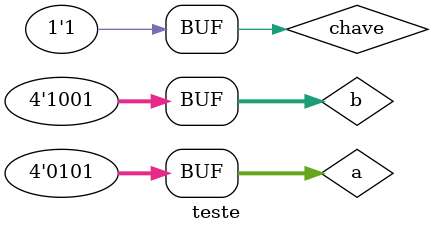
<source format=v>



   module LU(output s1,output s2, input a, input b, input chave);

// ------------------------------ dados locais

	wire a1,a2,a3,a4,a5,a6,a7,a8,nchave;
	
	and and1(a1,a,b);
	nand nand1(a2,a,b);
	or or1(a3,a,b);
	nor nor1(a4,a,b);
	not not1(nchave,chave);
	and and2(a5,nchave,a1);
	and and3(a6,chave,a2);
	and and4(a7,nchave,a3);
	and and5(a8,chave,a4);
	or or2(s1,a5,a7);
	or or3(s2,a6,a8);
	
	endmodule // LU
	
// ------------------------------
// LU4
// ------------------------------

   module LU4(output[3:0]s1,output[3:0]s2, input[3:0]a, input[3:0]b, input chave);
	
	LU gate1 (s1[0],s2[0],a[0],b[0],chave);
	LU gate2 (s1[1],s2[1],a[1],b[1],chave);
	LU gate3 (s1[2],s2[2],a[2],b[2],chave);
	LU gate4 (s1[3],s2[3],a[3],b[3],chave);
	
	endmodule // LU4
	
   module teste;
	
   reg [3:0]a;
	reg [3:0]b;
	reg chave;
	wire [3:0]s1;
	wire [3:0]s2;
	
	LU4 circuito1(s1,s2,a,b,chave);
	
	//endmodule
	

initial begin:start

  
	#1 a = 4'b0000;     b = 4'b0000;    chave = 0;



// ------------------------------ parte principal


	
      $display("Exemplo0033 - Isabel Bicalho Amaro - 451580\n");
		$display("Test LU's module\n");
		
		#1 a = 4'b0000;     b = 4'b0000;    chave = 0;
		#1
   // projetar testes do modulo
      $monitor("a = %3b b = %3b chave = %3b s1(and e or) = %3b s2(nand e nor) = %3b",a,b,chave,s1,s2);
   
	#1 a = 4'b0101;     b = 4'b1001;
	#1 chave = 1;
	end
	
endmodule // LU4

/*

    Exemplo0033 - Isabel Bicalho Amaro - 451580
    
    Test LU's module
    
    a = 0000 b = 0000 chave =   0 s1(and e or) = 0000 s2(nand e nor) = 0000
    a = 0101 b = 1001 chave =   0 s1(and e or) = 1101 s2(nand e nor) = 0000
    a = 0101 b = 1001 chave =   1 s1(and e or) = 0000 s2(nand e nor) = 1110
    
*/
</source>
